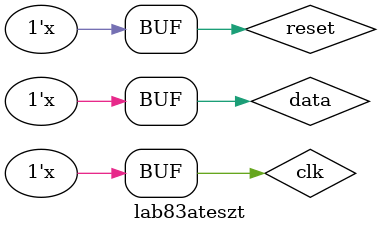
<source format=v>
`timescale 1ns / 1ps


module lab83ateszt;

	// Inputs
	reg data;
	reg clk;
	reg reset;

	// Outputs
	wire q;

	// Instantiate the Unit Under Test (UUT)
	lab83a uut (
		.data(data), 
		.clk(clk), 
		.reset(reset), 
		.q(q)
	);

	initial begin
		// Initialize Inputs
		data = 0;
		clk = 0;
		reset = 0;

		// Wait 100 ns for global reset to finish
		#100;
        
		// Add stimulus here
		#100;
	end
	always #100
	data <= ~ data;
	always #75
	clk <= ~ clk;
	always #50
   reset <= ~ reset;
endmodule


</source>
